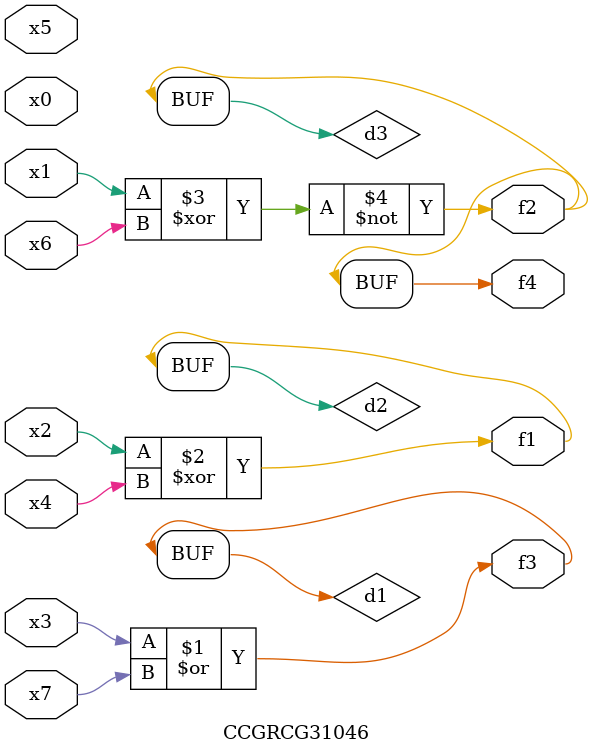
<source format=v>
module CCGRCG31046(
	input x0, x1, x2, x3, x4, x5, x6, x7,
	output f1, f2, f3, f4
);

	wire d1, d2, d3;

	or (d1, x3, x7);
	xor (d2, x2, x4);
	xnor (d3, x1, x6);
	assign f1 = d2;
	assign f2 = d3;
	assign f3 = d1;
	assign f4 = d3;
endmodule

</source>
